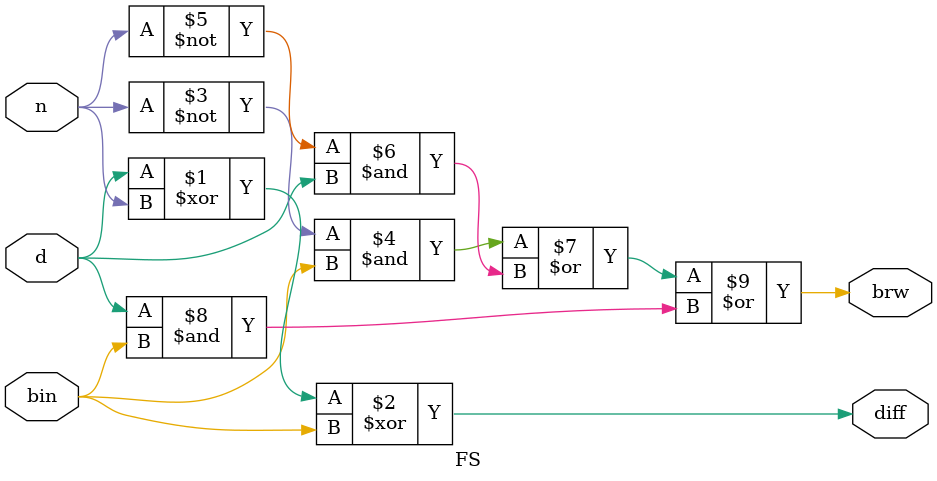
<source format=v>
`timescale 1ns / 1ps

module FS(n,d,bin,diff,brw);
    input d,n,bin;
    output diff,brw;
    
    assign diff=d^n^bin;
    assign brw=((~n)&bin) |((~n)&d) |(d&bin);
    
endmodule

</source>
